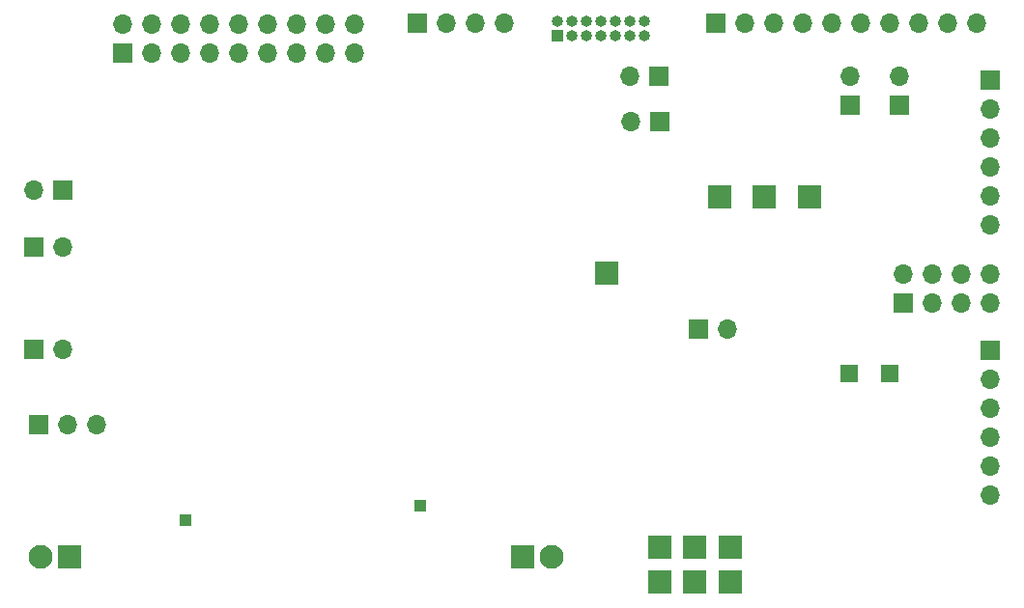
<source format=gbs>
G04 #@! TF.GenerationSoftware,KiCad,Pcbnew,(6.0.1)*
G04 #@! TF.CreationDate,2023-03-29T19:48:02-04:00*
G04 #@! TF.ProjectId,OBCProto,4f424350-726f-4746-9f2e-6b696361645f,rev?*
G04 #@! TF.SameCoordinates,Original*
G04 #@! TF.FileFunction,Soldermask,Bot*
G04 #@! TF.FilePolarity,Negative*
%FSLAX46Y46*%
G04 Gerber Fmt 4.6, Leading zero omitted, Abs format (unit mm)*
G04 Created by KiCad (PCBNEW (6.0.1)) date 2023-03-29 19:48:02*
%MOMM*%
%LPD*%
G01*
G04 APERTURE LIST*
%ADD10R,1.700000X1.700000*%
%ADD11O,1.700000X1.700000*%
%ADD12R,1.000000X1.000000*%
%ADD13O,1.000000X1.000000*%
%ADD14R,2.100000X2.100000*%
%ADD15C,2.100000*%
%ADD16R,2.000000X2.000000*%
%ADD17R,1.500000X1.500000*%
G04 APERTURE END LIST*
D10*
X184900000Y-77750000D03*
D11*
X184900000Y-80290000D03*
X184900000Y-82830000D03*
X184900000Y-85370000D03*
X184900000Y-87910000D03*
X184900000Y-90450000D03*
D10*
X177300000Y-97275000D03*
D11*
X177300000Y-94735000D03*
X179840000Y-97275000D03*
X179840000Y-94735000D03*
X182380000Y-97275000D03*
X182380000Y-94735000D03*
X184920000Y-97275000D03*
X184920000Y-94735000D03*
D10*
X103650000Y-87400000D03*
D11*
X101110000Y-87400000D03*
D10*
X155900000Y-81400000D03*
D11*
X153360000Y-81400000D03*
D10*
X101100000Y-92400000D03*
D11*
X103640000Y-92400000D03*
D10*
X108850000Y-75350000D03*
D11*
X108850000Y-72810000D03*
X111390000Y-75350000D03*
X111390000Y-72810000D03*
X113930000Y-75350000D03*
X113930000Y-72810000D03*
X116470000Y-75350000D03*
X116470000Y-72810000D03*
X119010000Y-75350000D03*
X119010000Y-72810000D03*
X121550000Y-75350000D03*
X121550000Y-72810000D03*
X124090000Y-75350000D03*
X124090000Y-72810000D03*
X126630000Y-75350000D03*
X126630000Y-72810000D03*
X129170000Y-75350000D03*
X129170000Y-72810000D03*
D12*
X147000000Y-73850000D03*
D13*
X147000000Y-72580000D03*
X148270000Y-73850000D03*
X148270000Y-72580000D03*
X149540000Y-73850000D03*
X149540000Y-72580000D03*
X150810000Y-73850000D03*
X150810000Y-72580000D03*
X152080000Y-73850000D03*
X152080000Y-72580000D03*
X153350000Y-73850000D03*
X153350000Y-72580000D03*
X154620000Y-73850000D03*
X154620000Y-72580000D03*
D10*
X134700000Y-72800000D03*
D11*
X137240000Y-72800000D03*
X139780000Y-72800000D03*
X142320000Y-72800000D03*
D10*
X155875000Y-77400000D03*
D11*
X153335000Y-77400000D03*
D10*
X160860000Y-72800000D03*
D11*
X163400000Y-72800000D03*
X165940000Y-72800000D03*
X168480000Y-72800000D03*
X171020000Y-72800000D03*
X173560000Y-72800000D03*
X176100000Y-72800000D03*
X178640000Y-72800000D03*
X181180000Y-72800000D03*
X183720000Y-72800000D03*
D10*
X101475000Y-108000000D03*
D11*
X104015000Y-108000000D03*
X106555000Y-108000000D03*
D10*
X159300000Y-99600000D03*
D11*
X161840000Y-99600000D03*
D14*
X143930000Y-119600000D03*
D15*
X146470000Y-119600000D03*
D14*
X104200000Y-119600000D03*
D15*
X101660000Y-119600000D03*
D10*
X184900000Y-101450000D03*
D11*
X184900000Y-103990000D03*
X184900000Y-106530000D03*
X184900000Y-109070000D03*
X184900000Y-111610000D03*
X184900000Y-114150000D03*
D10*
X172600000Y-80000000D03*
D11*
X172600000Y-77460000D03*
D10*
X101100000Y-101400000D03*
D11*
X103640000Y-101400000D03*
D10*
X176900000Y-80000000D03*
D11*
X176900000Y-77460000D03*
D16*
X159000000Y-121800000D03*
X159000000Y-118700000D03*
D12*
X114400000Y-116400000D03*
D16*
X165100000Y-88000000D03*
D17*
X176100000Y-103500000D03*
D16*
X151300000Y-94700000D03*
X155900000Y-118700000D03*
X155900000Y-121800000D03*
D17*
X172550000Y-103500000D03*
D16*
X169050000Y-88000000D03*
D12*
X134900000Y-115100000D03*
D16*
X162100000Y-121800000D03*
X161150000Y-88000000D03*
X162100000Y-118700000D03*
M02*

</source>
